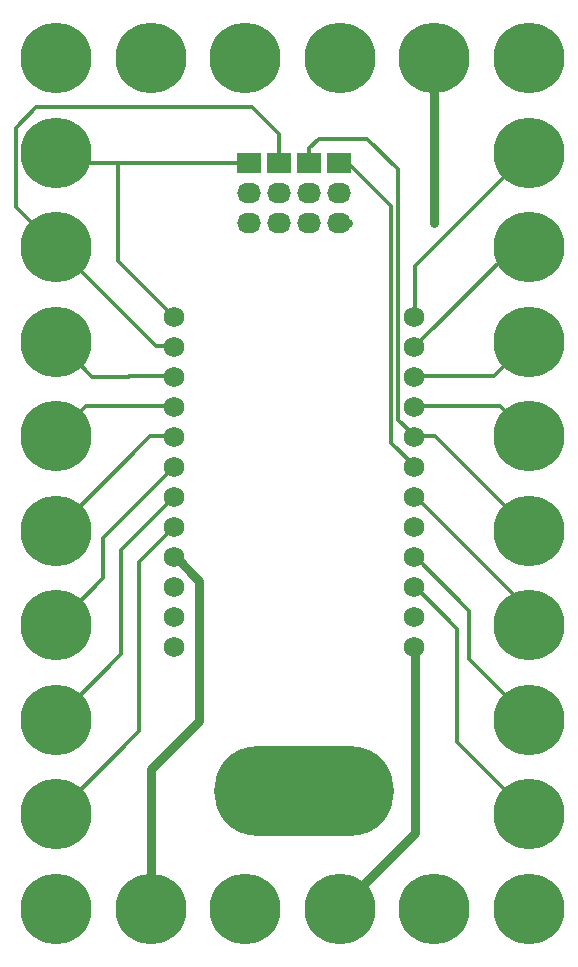
<source format=gtl>
%TF.GenerationSoftware,KiCad,Pcbnew,4.0.7-e2-6376~58~ubuntu16.04.1*%
%TF.CreationDate,2018-07-16T09:48:52-07:00*%
%TF.ProjectId,6x10-Photon-Breakout,3678392D50686F746F6E2D427265616B,1.0*%
%TF.FileFunction,Copper,L1,Top,Signal*%
%FSLAX46Y46*%
G04 Gerber Fmt 4.6, Leading zero omitted, Abs format (unit mm)*
G04 Created by KiCad (PCBNEW 4.0.7-e2-6376~58~ubuntu16.04.1) date Mon Jul 16 09:48:52 2018*
%MOMM*%
%LPD*%
G01*
G04 APERTURE LIST*
%ADD10C,0.350000*%
%ADD11C,6.000000*%
%ADD12C,1.727200*%
%ADD13R,2.032000X1.727200*%
%ADD14O,2.032000X1.727200*%
%ADD15O,15.240000X7.620000*%
%ADD16C,0.685800*%
%ADD17C,0.762000*%
%ADD18C,0.330200*%
%ADD19C,0.330200*%
%ADD20C,0.350000*%
G04 APERTURE END LIST*
D10*
D11*
X98999000Y-71800000D03*
X99000000Y-79800000D03*
X99000000Y-95800000D03*
X99000000Y-63800000D03*
X99000000Y-87800000D03*
X98999000Y-55800000D03*
X98999000Y-47800000D03*
X59000000Y-103800000D03*
X66999000Y-103800000D03*
X74999000Y-103800000D03*
X90999000Y-103800000D03*
X74999000Y-31800000D03*
X82999000Y-31800000D03*
X59000000Y-31800000D03*
X66999000Y-31800000D03*
X98999000Y-31800000D03*
X58999000Y-47800000D03*
X58999000Y-55800000D03*
X58999000Y-63800000D03*
X58999000Y-71800000D03*
X58999000Y-79800000D03*
X58999000Y-87800000D03*
X58999000Y-95800000D03*
X98999000Y-103800000D03*
X98999000Y-39800000D03*
X58999000Y-39800000D03*
X82999000Y-103800000D03*
X90999000Y-31800000D03*
D12*
X89336238Y-81643854D03*
X89336238Y-79103854D03*
X89336238Y-76563854D03*
X89336238Y-74023854D03*
X89336238Y-71483854D03*
X89336238Y-68943854D03*
X89336238Y-66403854D03*
X89336238Y-63863854D03*
X89336238Y-61323854D03*
X89336238Y-58783854D03*
X89336238Y-56243854D03*
X89336238Y-53703854D03*
X69016238Y-56243854D03*
X69016238Y-76563854D03*
X69016238Y-61323854D03*
X69016238Y-58783854D03*
X69016238Y-79103854D03*
X69016238Y-71483854D03*
X69016238Y-81643854D03*
X69016238Y-68943854D03*
X69016238Y-66403854D03*
X69016238Y-63863854D03*
X69016238Y-74023854D03*
X69016238Y-53703854D03*
D13*
X82931000Y-40640000D03*
D14*
X82931000Y-43180000D03*
X82931000Y-45720000D03*
D13*
X80391000Y-40640000D03*
D14*
X80391000Y-43180000D03*
X80391000Y-45720000D03*
D13*
X77851000Y-40640000D03*
D14*
X77851000Y-43180000D03*
X77851000Y-45720000D03*
D15*
X80010000Y-93853000D03*
D13*
X75311000Y-40640000D03*
D14*
X75311000Y-43180000D03*
X75311000Y-45720000D03*
D16*
X91037000Y-45720000D03*
D17*
X89408000Y-97386000D02*
X89374238Y-97352238D01*
X89374238Y-97352238D02*
X89374238Y-81600854D01*
X83037000Y-103757000D02*
X89408000Y-97386000D01*
X90999000Y-31800000D02*
X90999000Y-45682000D01*
X90999000Y-45682000D02*
X91037000Y-45720000D01*
X83693000Y-45720000D02*
X83540600Y-45720000D01*
X69054238Y-73980854D02*
X71120000Y-76046616D01*
X71120000Y-87884000D02*
X67037000Y-91967000D01*
X67037000Y-91967000D02*
X67037000Y-103757000D01*
X71120000Y-76046616D02*
X71120000Y-87884000D01*
D18*
X80391000Y-40640000D02*
X80391000Y-39446200D01*
X80391000Y-39446200D02*
X81229200Y-38608000D01*
X81229200Y-38608000D02*
X85344000Y-38608000D01*
X87960211Y-62406827D02*
X89374238Y-63820854D01*
X85344000Y-38608000D02*
X87960211Y-41224211D01*
X87960211Y-41224211D02*
X87960211Y-62406827D01*
X89374238Y-63820854D02*
X91100854Y-63820854D01*
X91100854Y-63820854D02*
X99037000Y-71757000D01*
X58999000Y-47800000D02*
X55579899Y-44380899D01*
X55579899Y-44380899D02*
X55579899Y-37688901D01*
X55579899Y-37688901D02*
X57302400Y-35966400D01*
X57302400Y-35966400D02*
X75590400Y-35966400D01*
X75590400Y-35966400D02*
X77851000Y-38227000D01*
X77851000Y-38227000D02*
X77851000Y-40640000D01*
X59037000Y-47757000D02*
X67480854Y-56200854D01*
X67480854Y-56200854D02*
X69054238Y-56200854D01*
X67310000Y-40640000D02*
X64211200Y-40640000D01*
X68732400Y-40640000D02*
X67310000Y-40640000D01*
X67310000Y-40640000D02*
X75311000Y-40640000D01*
X64211200Y-40640000D02*
X59920000Y-40640000D01*
X64262000Y-48949616D02*
X64262000Y-40690800D01*
X64262000Y-40690800D02*
X64211200Y-40640000D01*
X69016238Y-53703854D02*
X64262000Y-48949616D01*
X59920000Y-40640000D02*
X59037000Y-39757000D01*
X87376000Y-44297600D02*
X83718400Y-40640000D01*
X87376000Y-64362616D02*
X87376000Y-44297600D01*
X89374238Y-66360854D02*
X87376000Y-64362616D01*
X89374238Y-61280854D02*
X96561854Y-61280854D01*
X96561854Y-61280854D02*
X99038000Y-63757000D01*
X89374238Y-58740854D02*
X96053146Y-58740854D01*
X96053146Y-58740854D02*
X99037000Y-55757000D01*
X89374238Y-56200854D02*
X97818092Y-47757000D01*
X97818092Y-47757000D02*
X99037000Y-47757000D01*
X89374238Y-53660854D02*
X89374238Y-49419762D01*
X89374238Y-49419762D02*
X99037000Y-39757000D01*
X89374238Y-68900854D02*
X99038000Y-78564616D01*
X99038000Y-78564616D02*
X99038000Y-79757000D01*
X92964000Y-80110616D02*
X92964000Y-89683000D01*
X92964000Y-89683000D02*
X99038000Y-95757000D01*
X89374238Y-76520854D02*
X92964000Y-80110616D01*
X93980000Y-78586616D02*
X93980000Y-82699000D01*
X93980000Y-82699000D02*
X99038000Y-87757000D01*
X89374238Y-73980854D02*
X93980000Y-78586616D01*
X65211146Y-58740854D02*
X65195001Y-58756999D01*
X65195001Y-58756999D02*
X62036999Y-58756999D01*
X62036999Y-58756999D02*
X59037000Y-55757000D01*
X69054238Y-58740854D02*
X65211146Y-58740854D01*
X69054238Y-61280854D02*
X61513146Y-61280854D01*
X61513146Y-61280854D02*
X59037000Y-63757000D01*
X69054238Y-63820854D02*
X66973146Y-63820854D01*
X66973146Y-63820854D02*
X59037000Y-71757000D01*
X62992000Y-75802000D02*
X62992000Y-72423092D01*
X62992000Y-72423092D02*
X69054238Y-66360854D01*
X59037000Y-79757000D02*
X62992000Y-75802000D01*
X64516000Y-82278000D02*
X64516000Y-73439092D01*
X64516000Y-73439092D02*
X69054238Y-68900854D01*
X59037000Y-87757000D02*
X64516000Y-82278000D01*
X66040000Y-74455092D02*
X66040000Y-88754000D01*
X66040000Y-88754000D02*
X59037000Y-95757000D01*
X69054238Y-71440854D02*
X66040000Y-74455092D01*
D19*
X91037000Y-45720000D03*
D20*
X98999000Y-71800000D03*
X99000000Y-79800000D03*
X99000000Y-95800000D03*
X99000000Y-63800000D03*
X99000000Y-87800000D03*
X98999000Y-55800000D03*
X98999000Y-47800000D03*
X59000000Y-103800000D03*
X66999000Y-103800000D03*
X74999000Y-103800000D03*
X90999000Y-103800000D03*
X74999000Y-31800000D03*
X82999000Y-31800000D03*
X59000000Y-31800000D03*
X66999000Y-31800000D03*
X98999000Y-31800000D03*
X58999000Y-47800000D03*
X58999000Y-55800000D03*
X58999000Y-63800000D03*
X58999000Y-71800000D03*
X58999000Y-79800000D03*
X58999000Y-87800000D03*
X58999000Y-95800000D03*
X98999000Y-103800000D03*
X98999000Y-39800000D03*
X58999000Y-39800000D03*
X82999000Y-103800000D03*
X90999000Y-31800000D03*
X89336238Y-81643854D03*
X89336238Y-79103854D03*
X89336238Y-76563854D03*
X89336238Y-74023854D03*
X89336238Y-71483854D03*
X89336238Y-68943854D03*
X89336238Y-66403854D03*
X89336238Y-63863854D03*
X89336238Y-61323854D03*
X89336238Y-58783854D03*
X89336238Y-56243854D03*
X89336238Y-53703854D03*
X69016238Y-56243854D03*
X69016238Y-76563854D03*
X69016238Y-61323854D03*
X69016238Y-58783854D03*
X69016238Y-79103854D03*
X69016238Y-71483854D03*
X69016238Y-81643854D03*
X69016238Y-68943854D03*
X69016238Y-66403854D03*
X69016238Y-63863854D03*
X69016238Y-74023854D03*
X69016238Y-53703854D03*
X82931000Y-40640000D03*
X82931000Y-43180000D03*
X82931000Y-45720000D03*
X80391000Y-40640000D03*
X80391000Y-43180000D03*
X80391000Y-45720000D03*
X77851000Y-40640000D03*
X77851000Y-43180000D03*
X77851000Y-45720000D03*
X75311000Y-40640000D03*
X75311000Y-43180000D03*
X75311000Y-45720000D03*
M02*

</source>
